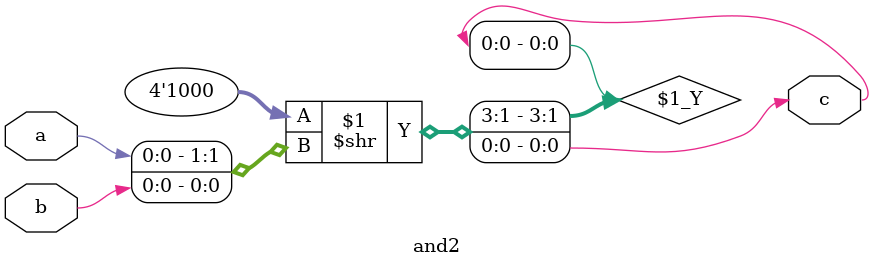
<source format=v>
/* Generated by Yosys 0.27+3 (git sha1 b58664d44, gcc 11.3.0-1ubuntu1~22.04 -fPIC -Os) */

module and2(a, b, c);
  input a;
  wire a;
  input b;
  wire b;
  output c;
  wire c;
  assign c = 4'h8 >> { a, b };
endmodule

</source>
